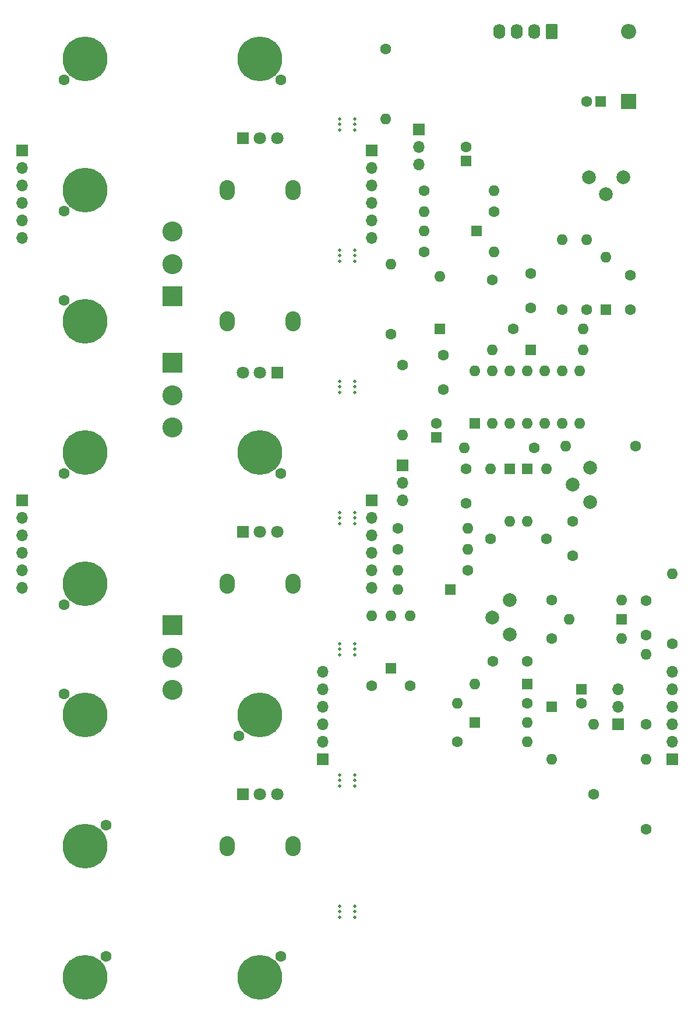
<source format=gbs>
%TF.GenerationSoftware,KiCad,Pcbnew,(6.0.6-0)*%
%TF.CreationDate,2022-09-03T02:13:53+01:00*%
%TF.ProjectId,serge-r5-triple-wave-shaper,73657267-652d-4723-952d-747269706c65,rev?*%
%TF.SameCoordinates,Original*%
%TF.FileFunction,Soldermask,Bot*%
%TF.FilePolarity,Negative*%
%FSLAX46Y46*%
G04 Gerber Fmt 4.6, Leading zero omitted, Abs format (unit mm)*
G04 Created by KiCad (PCBNEW (6.0.6-0)) date 2022-09-03 02:13:53*
%MOMM*%
%LPD*%
G01*
G04 APERTURE LIST*
G04 Aperture macros list*
%AMRoundRect*
0 Rectangle with rounded corners*
0 $1 Rounding radius*
0 $2 $3 $4 $5 $6 $7 $8 $9 X,Y pos of 4 corners*
0 Add a 4 corners polygon primitive as box body*
4,1,4,$2,$3,$4,$5,$6,$7,$8,$9,$2,$3,0*
0 Add four circle primitives for the rounded corners*
1,1,$1+$1,$2,$3*
1,1,$1+$1,$4,$5*
1,1,$1+$1,$6,$7*
1,1,$1+$1,$8,$9*
0 Add four rect primitives between the rounded corners*
20,1,$1+$1,$2,$3,$4,$5,0*
20,1,$1+$1,$4,$5,$6,$7,0*
20,1,$1+$1,$6,$7,$8,$9,0*
20,1,$1+$1,$8,$9,$2,$3,0*%
G04 Aperture macros list end*
%ADD10R,2.200000X2.200000*%
%ADD11O,2.200000X2.200000*%
%ADD12C,1.600000*%
%ADD13O,1.600000X1.600000*%
%ADD14C,2.000000*%
%ADD15C,0.500000*%
%ADD16R,1.600000X1.600000*%
%ADD17RoundRect,0.250000X0.620000X0.845000X-0.620000X0.845000X-0.620000X-0.845000X0.620000X-0.845000X0*%
%ADD18O,1.740000X2.190000*%
%ADD19R,1.700000X1.700000*%
%ADD20O,1.700000X1.700000*%
%ADD21C,6.500000*%
%ADD22O,2.200000X2.900000*%
%ADD23R,1.800000X1.800000*%
%ADD24C,1.800000*%
%ADD25R,2.921000X2.921000*%
%ADD26C,2.921000*%
G04 APERTURE END LIST*
D10*
%TO.C,D13*%
X115824000Y-46228000D03*
D11*
X115824000Y-36068000D03*
%TD*%
D12*
%TO.C,R16*%
X110744000Y-146812000D03*
D13*
X110744000Y-136652000D03*
%TD*%
D14*
%TO.C,RV7*%
X110196000Y-104354000D03*
X107696000Y-101854000D03*
X110196000Y-99354000D03*
%TD*%
D12*
%TO.C,R23*%
X95758000Y-109728000D03*
D13*
X95758000Y-99568000D03*
%TD*%
D15*
%TO.C,mouse-bite-2.54mm-slot*%
X73830000Y-50330000D03*
X76030000Y-49530000D03*
X76030000Y-50330000D03*
X73830000Y-48730000D03*
X73830000Y-49530000D03*
X76030000Y-48730000D03*
%TD*%
D12*
%TO.C,R13*%
X116840000Y-96266000D03*
D13*
X106680000Y-96266000D03*
%TD*%
D12*
%TO.C,R1*%
X90932000Y-139192000D03*
D13*
X101092000Y-139192000D03*
%TD*%
D16*
%TO.C,D8*%
X112522000Y-76454000D03*
D13*
X112522000Y-68834000D03*
%TD*%
D12*
%TO.C,R10*%
X86106000Y-68072000D03*
D13*
X96266000Y-68072000D03*
%TD*%
D12*
%TO.C,R27*%
X82931000Y-84455000D03*
D13*
X82931000Y-94615000D03*
%TD*%
D12*
%TO.C,R21*%
X82296000Y-108204000D03*
D13*
X92456000Y-108204000D03*
%TD*%
D16*
%TO.C,D2*%
X104648000Y-134112000D03*
D13*
X104648000Y-141732000D03*
%TD*%
D12*
%TO.C,R11*%
X96012000Y-72136000D03*
D13*
X96012000Y-82296000D03*
%TD*%
D12*
%TO.C,C1*%
X118364000Y-123698000D03*
X118364000Y-118698000D03*
%TD*%
%TO.C,R17*%
X106172000Y-76454000D03*
D13*
X106172000Y-66294000D03*
%TD*%
D12*
%TO.C,R26*%
X102108000Y-96520000D03*
D13*
X91948000Y-96520000D03*
%TD*%
D16*
%TO.C,D3*%
X88392000Y-79248000D03*
D13*
X88392000Y-71628000D03*
%TD*%
D17*
%TO.C,J19*%
X104648000Y-36068000D03*
D18*
X102108000Y-36068000D03*
X99568000Y-36068000D03*
X97028000Y-36068000D03*
%TD*%
D12*
%TO.C,R4*%
X122174000Y-124968000D03*
D13*
X122174000Y-114808000D03*
%TD*%
D12*
%TO.C,R8*%
X101092000Y-133604000D03*
D13*
X90932000Y-133604000D03*
%TD*%
D12*
%TO.C,R15*%
X104648000Y-118618000D03*
D13*
X114808000Y-118618000D03*
%TD*%
D12*
%TO.C,C4*%
X116078000Y-76454000D03*
X116078000Y-71454000D03*
%TD*%
D19*
%TO.C,JP3*%
X82931000Y-99075000D03*
D20*
X82931000Y-101615000D03*
X82931000Y-104155000D03*
%TD*%
D16*
%TO.C,D6*%
X101092000Y-130810000D03*
D13*
X93472000Y-130810000D03*
%TD*%
D19*
%TO.C,J11*%
X27686000Y-53340000D03*
D20*
X27686000Y-55880000D03*
X27686000Y-58420000D03*
X27686000Y-60960000D03*
X27686000Y-63500000D03*
X27686000Y-66040000D03*
%TD*%
D12*
%TO.C,C9*%
X107696000Y-112188000D03*
X107696000Y-107188000D03*
%TD*%
%TO.C,C3*%
X101092000Y-127508000D03*
X96092000Y-127508000D03*
%TD*%
D15*
%TO.C,mouse-bite-2.54mm-slot*%
X76030000Y-125730000D03*
X73830000Y-126530000D03*
X76030000Y-126530000D03*
X73830000Y-124930000D03*
X76030000Y-124930000D03*
X73830000Y-125730000D03*
%TD*%
D12*
%TO.C,R22*%
X82296000Y-111252000D03*
D13*
X92456000Y-111252000D03*
%TD*%
D15*
%TO.C,mouse-bite-2.54mm-slot*%
X76030000Y-145580000D03*
X76030000Y-144780000D03*
X73830000Y-144780000D03*
X73830000Y-143980000D03*
X76030000Y-143980000D03*
X73830000Y-145580000D03*
%TD*%
D14*
%TO.C,RV5*%
X115022000Y-57190000D03*
X112522000Y-59690000D03*
X110022000Y-57190000D03*
%TD*%
D16*
%TO.C,C10*%
X111699112Y-46228000D03*
D12*
X109699112Y-46228000D03*
%TD*%
%TO.C,R19*%
X78486000Y-131064000D03*
D13*
X78486000Y-120904000D03*
%TD*%
D16*
%TO.C,D7*%
X101600000Y-82296000D03*
D13*
X109220000Y-82296000D03*
%TD*%
D12*
%TO.C,R24*%
X84074000Y-131064000D03*
D13*
X84074000Y-120904000D03*
%TD*%
D12*
%TO.C,R9*%
X86106000Y-59182000D03*
D13*
X96266000Y-59182000D03*
%TD*%
D16*
%TO.C,D4*%
X93726000Y-65024000D03*
D13*
X86106000Y-65024000D03*
%TD*%
D16*
%TO.C,C11*%
X87884000Y-94935113D03*
D12*
X87884000Y-92935113D03*
%TD*%
D16*
%TO.C,D10*%
X89916000Y-117094000D03*
D13*
X82296000Y-117094000D03*
%TD*%
D19*
%TO.C,J17*%
X27686000Y-104140000D03*
D20*
X27686000Y-106680000D03*
X27686000Y-109220000D03*
X27686000Y-111760000D03*
X27686000Y-114300000D03*
X27686000Y-116840000D03*
%TD*%
D19*
%TO.C,JP2*%
X85344000Y-50292000D03*
D20*
X85344000Y-52832000D03*
X85344000Y-55372000D03*
%TD*%
D14*
%TO.C,RV4*%
X98512000Y-123618000D03*
X96012000Y-121118000D03*
X98512000Y-118618000D03*
%TD*%
D12*
%TO.C,R18*%
X80518000Y-38608000D03*
D13*
X80518000Y-48768000D03*
%TD*%
D12*
%TO.C,R7*%
X104648000Y-124206000D03*
D13*
X114808000Y-124206000D03*
%TD*%
D16*
%TO.C,U1*%
X93467000Y-92954000D03*
D13*
X96007000Y-92954000D03*
X98547000Y-92954000D03*
X101087000Y-92954000D03*
X103627000Y-92954000D03*
X106167000Y-92954000D03*
X108707000Y-92954000D03*
X108707000Y-85334000D03*
X106167000Y-85334000D03*
X103627000Y-85334000D03*
X101087000Y-85334000D03*
X98547000Y-85334000D03*
X96007000Y-85334000D03*
X93467000Y-85334000D03*
%TD*%
D12*
%TO.C,R3*%
X118364000Y-136652000D03*
D13*
X118364000Y-126492000D03*
%TD*%
D12*
%TO.C,R2*%
X118364000Y-151892000D03*
D13*
X118364000Y-141732000D03*
%TD*%
D15*
%TO.C,mouse-bite-2.54mm-slot*%
X76030000Y-107480000D03*
X73830000Y-106680000D03*
X76030000Y-106680000D03*
X73830000Y-107480000D03*
X73830000Y-105880000D03*
X76030000Y-105880000D03*
%TD*%
D16*
%TO.C,C5*%
X108966000Y-131572000D03*
D12*
X108966000Y-133572000D03*
%TD*%
D16*
%TO.C,D1*%
X93472000Y-136398000D03*
D13*
X101092000Y-136398000D03*
%TD*%
D12*
%TO.C,R14*%
X109728000Y-76454000D03*
D13*
X109728000Y-66294000D03*
%TD*%
D12*
%TO.C,C8*%
X88900000Y-83058000D03*
X88900000Y-88058000D03*
%TD*%
%TO.C,C7*%
X92202000Y-104568000D03*
X92202000Y-99568000D03*
%TD*%
%TO.C,R25*%
X103886000Y-109728000D03*
D13*
X103886000Y-99568000D03*
%TD*%
D19*
%TO.C,JP1*%
X114300000Y-136652000D03*
D20*
X114300000Y-134112000D03*
X114300000Y-131572000D03*
%TD*%
D12*
%TO.C,R12*%
X99060000Y-79248000D03*
D13*
X109220000Y-79248000D03*
%TD*%
D19*
%TO.C,J9*%
X71374000Y-141732000D03*
D20*
X71374000Y-139192000D03*
X71374000Y-136652000D03*
X71374000Y-134112000D03*
X71374000Y-131572000D03*
X71374000Y-129032000D03*
%TD*%
D15*
%TO.C,mouse-bite-2.54mm-slot*%
X73830000Y-164630000D03*
X76030000Y-164630000D03*
X73830000Y-163830000D03*
X76030000Y-163830000D03*
X73830000Y-163030000D03*
X76030000Y-163030000D03*
%TD*%
D16*
%TO.C,D12*%
X101092000Y-99568000D03*
D13*
X101092000Y-107188000D03*
%TD*%
D16*
%TO.C,D5*%
X114808000Y-121412000D03*
D13*
X107188000Y-121412000D03*
%TD*%
D15*
%TO.C,mouse-bite-2.54mm-slot*%
X76030000Y-69380000D03*
X73830000Y-67780000D03*
X73830000Y-68580000D03*
X73830000Y-69380000D03*
X76030000Y-67780000D03*
X76030000Y-68580000D03*
%TD*%
D12*
%TO.C,R5*%
X81280000Y-80010000D03*
D13*
X81280000Y-69850000D03*
%TD*%
D16*
%TO.C,C6*%
X92202000Y-54803113D03*
D12*
X92202000Y-52803113D03*
%TD*%
%TO.C,C2*%
X101600000Y-71200000D03*
X101600000Y-76200000D03*
%TD*%
%TO.C,R20*%
X92456000Y-114300000D03*
D13*
X82296000Y-114300000D03*
%TD*%
D15*
%TO.C,mouse-bite-2.54mm-slot*%
X76030000Y-86830000D03*
X76030000Y-88430000D03*
X76030000Y-87630000D03*
X73830000Y-88430000D03*
X73830000Y-86830000D03*
X73830000Y-87630000D03*
%TD*%
D16*
%TO.C,D11*%
X98552000Y-99568000D03*
D13*
X98552000Y-107188000D03*
%TD*%
D12*
%TO.C,R6*%
X96266000Y-62230000D03*
D13*
X86106000Y-62230000D03*
%TD*%
D16*
%TO.C,D9*%
X81280000Y-128524000D03*
D13*
X81280000Y-120904000D03*
%TD*%
D21*
%TO.C,J6*%
X36830000Y-78105000D03*
D12*
X33782000Y-75057000D03*
%TD*%
D19*
%TO.C,J12*%
X78486000Y-53340000D03*
D20*
X78486000Y-55880000D03*
X78486000Y-58420000D03*
X78486000Y-60960000D03*
X78486000Y-63500000D03*
X78486000Y-66040000D03*
%TD*%
D19*
%TO.C,J18*%
X78486000Y-104140000D03*
D20*
X78486000Y-106680000D03*
X78486000Y-109220000D03*
X78486000Y-111760000D03*
X78486000Y-114300000D03*
X78486000Y-116840000D03*
%TD*%
D22*
%TO.C,RV6*%
X57430000Y-116205000D03*
X67030000Y-116205000D03*
D23*
X59730000Y-108705000D03*
D24*
X62230000Y-108705000D03*
X64730000Y-108705000D03*
%TD*%
D12*
%TO.C,J16*%
X65278000Y-100203000D03*
D21*
X62230000Y-97155000D03*
%TD*%
%TO.C,J3*%
X62230000Y-173355000D03*
D12*
X65278000Y-170307000D03*
%TD*%
D25*
%TO.C,SW2*%
X49530000Y-84175600D03*
D26*
X49530000Y-88874600D03*
X49530000Y-93573600D03*
%TD*%
D25*
%TO.C,SW3*%
X49530000Y-122275600D03*
D26*
X49530000Y-126974600D03*
X49530000Y-131673600D03*
%TD*%
D12*
%TO.C,J4*%
X59182000Y-138303000D03*
D21*
X62230000Y-135255000D03*
%TD*%
%TO.C,J15*%
X36830000Y-116205000D03*
D12*
X33782000Y-119253000D03*
%TD*%
%TO.C,J1*%
X39878000Y-151257000D03*
D21*
X36830000Y-154305000D03*
%TD*%
D12*
%TO.C,J5*%
X33782000Y-43053000D03*
D21*
X36830000Y-40005000D03*
%TD*%
%TO.C,J13*%
X36830000Y-97155000D03*
D12*
X33782000Y-100203000D03*
%TD*%
%TO.C,J7*%
X33782000Y-62103000D03*
D21*
X36830000Y-59055000D03*
%TD*%
D22*
%TO.C,RV2*%
X57430000Y-78105000D03*
X67030000Y-78105000D03*
D23*
X64730000Y-85605000D03*
D24*
X62230000Y-85605000D03*
X59730000Y-85605000D03*
%TD*%
D25*
%TO.C,SW1*%
X49530000Y-74523600D03*
D26*
X49530000Y-69824600D03*
X49530000Y-65125600D03*
%TD*%
D12*
%TO.C,J14*%
X33782000Y-132207000D03*
D21*
X36830000Y-135255000D03*
%TD*%
D12*
%TO.C,J8*%
X65278000Y-43053000D03*
D21*
X62230000Y-40005000D03*
%TD*%
D22*
%TO.C,RV1*%
X67030000Y-154305000D03*
X57430000Y-154305000D03*
D23*
X59730000Y-146805000D03*
D24*
X62230000Y-146805000D03*
X64730000Y-146805000D03*
%TD*%
D22*
%TO.C,RV3*%
X67030000Y-59055000D03*
X57430000Y-59055000D03*
D23*
X59730000Y-51555000D03*
D24*
X62230000Y-51555000D03*
X64730000Y-51555000D03*
%TD*%
D12*
%TO.C,J2*%
X39878000Y-170307000D03*
D21*
X36830000Y-173355000D03*
%TD*%
D19*
%TO.C,J10*%
X122174000Y-141732000D03*
D20*
X122174000Y-139192000D03*
X122174000Y-136652000D03*
X122174000Y-134112000D03*
X122174000Y-131572000D03*
X122174000Y-129032000D03*
%TD*%
M02*

</source>
